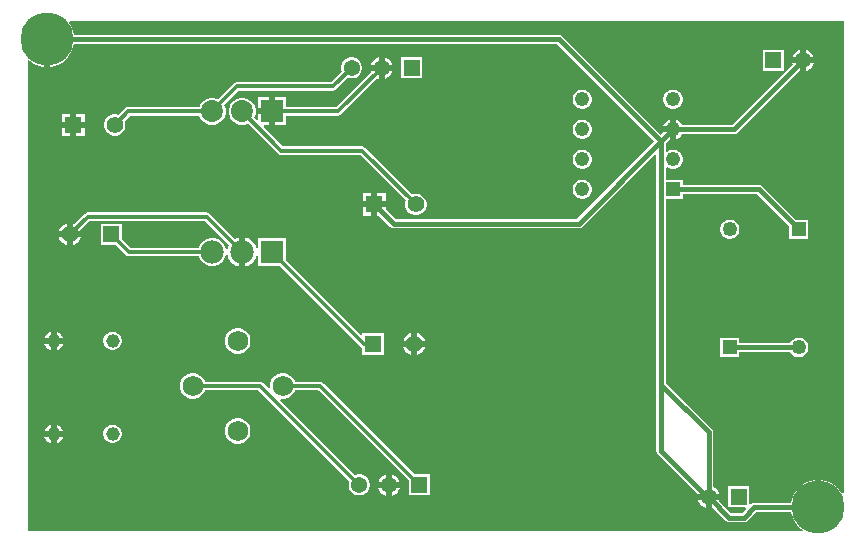
<source format=gbl>
G04*
G04 #@! TF.GenerationSoftware,Altium Limited,Altium Designer,23.9.2 (47)*
G04*
G04 Layer_Physical_Order=2*
G04 Layer_Color=16711680*
%FSLAX44Y44*%
%MOMM*%
G71*
G04*
G04 #@! TF.SameCoordinates,EEA8B457-634A-40EF-9803-A2E49DE358F5*
G04*
G04*
G04 #@! TF.FilePolarity,Positive*
G04*
G01*
G75*
%ADD18C,1.2500*%
%ADD19R,1.2500X1.2500*%
%ADD29C,0.3810*%
%ADD30C,0.3000*%
%ADD31C,4.5000*%
%ADD32R,1.2300X1.2300*%
%ADD33C,1.2300*%
%ADD34R,1.3700X1.3700*%
%ADD35C,1.3700*%
%ADD36C,1.4000*%
%ADD37R,1.4000X1.4000*%
%ADD38C,1.7500*%
%ADD39R,1.3700X1.3700*%
%ADD40R,1.9800X1.9800*%
%ADD41C,1.9800*%
%ADD42C,1.1500*%
%ADD43R,1.8600X1.8600*%
%ADD44C,1.8600*%
G36*
X706120Y45121D02*
X705840Y44885D01*
X704153Y45122D01*
X702426Y47707D01*
X699217Y50916D01*
X695443Y53438D01*
X691251Y55175D01*
X687070Y56006D01*
Y33020D01*
X681990D01*
Y56006D01*
X677810Y55175D01*
X673616Y53438D01*
X669843Y50916D01*
X666634Y47707D01*
X664112Y43934D01*
X662375Y39741D01*
X661837Y37034D01*
X630174D01*
X628638Y36729D01*
X627372Y35883D01*
X626816Y35989D01*
X626102Y36284D01*
Y50792D01*
X608338D01*
Y33028D01*
X622846D01*
X623332Y31855D01*
X619875Y28398D01*
X611009D01*
X600687Y38720D01*
X600861Y39370D01*
X594360D01*
Y32869D01*
X595010Y33043D01*
X606508Y21546D01*
X607810Y20675D01*
X609346Y20370D01*
X621538D01*
X623074Y20675D01*
X624376Y21546D01*
X631837Y29006D01*
X661837D01*
X662375Y26300D01*
X664112Y22106D01*
X666634Y18333D01*
X669843Y15124D01*
X671651Y13915D01*
X671283Y12700D01*
X15240D01*
Y411527D01*
X16413Y412013D01*
X17063Y411364D01*
X20837Y408842D01*
X25029Y407105D01*
X29210Y406274D01*
Y429260D01*
X34290D01*
Y406274D01*
X38470Y407105D01*
X42663Y408842D01*
X46437Y411364D01*
X49646Y414573D01*
X52168Y418346D01*
X53905Y422539D01*
X54443Y425246D01*
X463411D01*
X545721Y342936D01*
X480103Y277318D01*
X326790D01*
X318411Y285697D01*
Y287020D01*
X311411D01*
Y280020D01*
X312734D01*
X322289Y270466D01*
X323591Y269595D01*
X325127Y269290D01*
X481765D01*
X483302Y269595D01*
X484604Y270466D01*
X546228Y332090D01*
X547401Y331604D01*
Y136906D01*
X547420Y136812D01*
Y80638D01*
X547725Y79102D01*
X548596Y77800D01*
X581945Y44450D01*
X591820D01*
X600861D01*
X600570Y45534D01*
X599334Y47676D01*
X597586Y49424D01*
X595834Y50435D01*
Y96501D01*
X595529Y98037D01*
X594658Y99340D01*
X555448Y138550D01*
Y294078D01*
X569703D01*
Y298246D01*
X632518D01*
X659719Y271045D01*
Y260158D01*
X676283D01*
Y276722D01*
X665396D01*
X637020Y305098D01*
X635717Y305969D01*
X634181Y306274D01*
X569703D01*
Y310442D01*
X555448D01*
Y320553D01*
X556718Y320985D01*
X558363Y320036D01*
X560444Y319478D01*
X562598D01*
X564679Y320036D01*
X566545Y321113D01*
X568069Y322636D01*
X569146Y324502D01*
X569703Y326583D01*
Y328737D01*
X569146Y330818D01*
X568069Y332684D01*
X566545Y334207D01*
X564679Y335284D01*
X562598Y335842D01*
X560444D01*
X558363Y335284D01*
X556718Y334335D01*
X555448Y334767D01*
Y341310D01*
X558903Y344765D01*
X558981Y344744D01*
Y350520D01*
X553205D01*
X553226Y350442D01*
X551398Y348613D01*
X467912Y432098D01*
X466610Y432969D01*
X465074Y433274D01*
X54443D01*
X53905Y435980D01*
X52168Y440173D01*
X50125Y443230D01*
X50804Y444500D01*
X706120D01*
Y45121D01*
D02*
G37*
%LPC*%
G36*
X674351Y420521D02*
Y414020D01*
X680852D01*
X680561Y415104D01*
X679325Y417246D01*
X677577Y418994D01*
X675436Y420230D01*
X674351Y420521D01*
D02*
G37*
G36*
X669271D02*
X668187Y420230D01*
X666046Y418994D01*
X664297Y417246D01*
X663061Y415104D01*
X662771Y414020D01*
X669271D01*
Y420521D01*
D02*
G37*
G36*
X317481Y414171D02*
Y407670D01*
X323982D01*
X323691Y408754D01*
X322455Y410896D01*
X320707Y412644D01*
X318566Y413880D01*
X317481Y414171D01*
D02*
G37*
G36*
X312401D02*
X311317Y413880D01*
X309176Y412644D01*
X307427Y410896D01*
X306191Y408754D01*
X305901Y407670D01*
X312401D01*
Y414171D01*
D02*
G37*
G36*
X655293Y420362D02*
X637529D01*
Y402598D01*
X655293D01*
Y420362D01*
D02*
G37*
G36*
X680852Y408940D02*
X674351D01*
Y402439D01*
X675436Y402730D01*
X677577Y403966D01*
X679325Y405714D01*
X680561Y407856D01*
X680852Y408940D01*
D02*
G37*
G36*
X669271D02*
X662771D01*
X662945Y408290D01*
X611729Y357074D01*
X569238D01*
X568475Y358396D01*
X566857Y360014D01*
X564876Y361158D01*
X564061Y361376D01*
Y353060D01*
Y344744D01*
X564876Y344962D01*
X566857Y346106D01*
X568475Y347724D01*
X569238Y349046D01*
X613391D01*
X614927Y349351D01*
X616230Y350222D01*
X668622Y402613D01*
X669271Y402439D01*
Y408940D01*
D02*
G37*
G36*
X349223Y414012D02*
X331459D01*
Y396248D01*
X349223D01*
Y414012D01*
D02*
G37*
G36*
X290711D02*
X288372D01*
X286113Y413407D01*
X284088Y412237D01*
X282434Y410584D01*
X281264Y408558D01*
X280659Y406299D01*
Y403961D01*
X281213Y401894D01*
X272302Y392983D01*
X192513D01*
X191135Y392709D01*
X189967Y391928D01*
X176498Y378460D01*
X175805Y378860D01*
X172923Y379632D01*
X169939D01*
X167057Y378860D01*
X164473Y377368D01*
X162363Y375258D01*
X160872Y372674D01*
X160664Y371901D01*
X100311D01*
X98933Y371627D01*
X97765Y370846D01*
X92239Y365321D01*
X90070Y365902D01*
X87692D01*
X85395Y365286D01*
X83335Y364097D01*
X81654Y362416D01*
X80465Y360356D01*
X79849Y358059D01*
Y355681D01*
X80465Y353384D01*
X81654Y351324D01*
X83335Y349643D01*
X85395Y348453D01*
X87692Y347838D01*
X90070D01*
X92367Y348453D01*
X94427Y349643D01*
X96109Y351324D01*
X97298Y353384D01*
X97913Y355681D01*
Y358059D01*
X97332Y360228D01*
X101803Y364699D01*
X160664D01*
X160872Y363926D01*
X162363Y361342D01*
X164473Y359232D01*
X167057Y357740D01*
X169939Y356968D01*
X172923D01*
X175805Y357740D01*
X178389Y359232D01*
X180499Y361342D01*
X181991Y363926D01*
X182763Y366808D01*
Y369792D01*
X181991Y372674D01*
X181591Y373367D01*
X194005Y385781D01*
X273793D01*
X275171Y386055D01*
X276340Y386836D01*
X286306Y396802D01*
X288372Y396248D01*
X290711D01*
X292969Y396853D01*
X294995Y398023D01*
X296649Y399676D01*
X297818Y401702D01*
X298423Y403961D01*
Y406299D01*
X297818Y408558D01*
X296649Y410584D01*
X294995Y412237D01*
X292969Y413407D01*
X290711Y414012D01*
D02*
G37*
G36*
X323982Y402590D02*
X317481D01*
Y396089D01*
X318566Y396380D01*
X320707Y397616D01*
X322455Y399364D01*
X323691Y401506D01*
X323982Y402590D01*
D02*
G37*
G36*
X312401D02*
X305901D01*
X306191Y401506D01*
X306203Y401485D01*
X276619Y371901D01*
X234071D01*
Y380140D01*
X224771D01*
Y368300D01*
Y356460D01*
X234071D01*
Y364699D01*
X278111D01*
X279489Y364973D01*
X280658Y365754D01*
X311296Y396392D01*
X311317Y396380D01*
X312401Y396089D01*
Y402590D01*
D02*
G37*
G36*
X219691Y380140D02*
X210391D01*
Y370840D01*
X219691D01*
Y380140D01*
D02*
G37*
G36*
X562598Y386642D02*
X560444D01*
X558363Y386084D01*
X556497Y385007D01*
X554974Y383484D01*
X553897Y381618D01*
X553339Y379537D01*
Y377383D01*
X553897Y375302D01*
X554974Y373436D01*
X556497Y371913D01*
X558363Y370836D01*
X560444Y370278D01*
X562598D01*
X564679Y370836D01*
X566545Y371913D01*
X568069Y373436D01*
X569146Y375302D01*
X569703Y377383D01*
Y379537D01*
X569146Y381618D01*
X568069Y383484D01*
X566545Y385007D01*
X564679Y386084D01*
X562598Y386642D01*
D02*
G37*
G36*
X485998D02*
X483844D01*
X481763Y386084D01*
X479897Y385007D01*
X478374Y383484D01*
X477297Y381618D01*
X476739Y379537D01*
Y377383D01*
X477297Y375302D01*
X478374Y373436D01*
X479897Y371913D01*
X481763Y370836D01*
X483844Y370278D01*
X485998D01*
X488079Y370836D01*
X489945Y371913D01*
X491468Y373436D01*
X492546Y375302D01*
X493103Y377383D01*
Y379537D01*
X492546Y381618D01*
X491468Y383484D01*
X489945Y385007D01*
X488079Y386084D01*
X485998Y386642D01*
D02*
G37*
G36*
X63421Y366410D02*
X56421D01*
Y359410D01*
X63421D01*
Y366410D01*
D02*
G37*
G36*
X51341D02*
X44341D01*
Y359410D01*
X51341D01*
Y366410D01*
D02*
G37*
G36*
X558981Y361376D02*
X558167Y361158D01*
X556186Y360014D01*
X554568Y358396D01*
X553424Y356414D01*
X553205Y355600D01*
X558981D01*
Y361376D01*
D02*
G37*
G36*
X63421Y354330D02*
X56421D01*
Y347330D01*
X63421D01*
Y354330D01*
D02*
G37*
G36*
X51341D02*
X44341D01*
Y347330D01*
X51341D01*
Y354330D01*
D02*
G37*
G36*
X485998Y361242D02*
X483844D01*
X481763Y360684D01*
X479897Y359607D01*
X478374Y358084D01*
X477297Y356218D01*
X476739Y354137D01*
Y351983D01*
X477297Y349902D01*
X478374Y348036D01*
X479897Y346513D01*
X481763Y345436D01*
X483844Y344878D01*
X485998D01*
X488079Y345436D01*
X489945Y346513D01*
X491468Y348036D01*
X492546Y349902D01*
X493103Y351983D01*
Y354137D01*
X492546Y356218D01*
X491468Y358084D01*
X489945Y359607D01*
X488079Y360684D01*
X485998Y361242D01*
D02*
G37*
G36*
Y335842D02*
X483844D01*
X481763Y335284D01*
X479897Y334207D01*
X478374Y332684D01*
X477297Y330818D01*
X476739Y328737D01*
Y326583D01*
X477297Y324502D01*
X478374Y322636D01*
X479897Y321113D01*
X481763Y320036D01*
X483844Y319478D01*
X485998D01*
X488079Y320036D01*
X489945Y321113D01*
X491468Y322636D01*
X492546Y324502D01*
X493103Y326583D01*
Y328737D01*
X492546Y330818D01*
X491468Y332684D01*
X489945Y334207D01*
X488079Y335284D01*
X485998Y335842D01*
D02*
G37*
G36*
Y310442D02*
X483844D01*
X481763Y309884D01*
X479897Y308807D01*
X478374Y307284D01*
X477297Y305418D01*
X476739Y303337D01*
Y301183D01*
X477297Y299102D01*
X478374Y297236D01*
X479897Y295713D01*
X481763Y294636D01*
X483844Y294078D01*
X485998D01*
X488079Y294636D01*
X489945Y295713D01*
X491468Y297236D01*
X492546Y299102D01*
X493103Y301183D01*
Y303337D01*
X492546Y305418D01*
X491468Y307284D01*
X489945Y308807D01*
X488079Y309884D01*
X485998Y310442D01*
D02*
G37*
G36*
X318411Y299100D02*
X311411D01*
Y292100D01*
X318411D01*
Y299100D01*
D02*
G37*
G36*
X306331D02*
X299331D01*
Y292100D01*
X306331D01*
Y299100D01*
D02*
G37*
G36*
X198323Y379632D02*
X195339D01*
X192457Y378860D01*
X189873Y377368D01*
X187763Y375258D01*
X186271Y372674D01*
X185499Y369792D01*
Y366808D01*
X186271Y363926D01*
X187763Y361342D01*
X189873Y359232D01*
X192457Y357740D01*
X195339Y356968D01*
X198323D01*
X201205Y357740D01*
X201898Y358140D01*
X227559Y332480D01*
X228727Y331699D01*
X230105Y331425D01*
X296914D01*
X335420Y292918D01*
X334839Y290749D01*
Y288371D01*
X335455Y286074D01*
X336644Y284014D01*
X338326Y282333D01*
X340385Y281143D01*
X342682Y280528D01*
X345060D01*
X347357Y281143D01*
X349417Y282333D01*
X351099Y284014D01*
X352288Y286074D01*
X352903Y288371D01*
Y290749D01*
X352288Y293046D01*
X351099Y295106D01*
X349417Y296787D01*
X347357Y297976D01*
X345060Y298592D01*
X342682D01*
X340513Y298011D01*
X300952Y337572D01*
X299783Y338353D01*
X298405Y338627D01*
X231597D01*
X214937Y355287D01*
X215423Y356460D01*
X219691D01*
Y365760D01*
X210391D01*
Y361492D01*
X209218Y361006D01*
X206991Y363233D01*
X207391Y363926D01*
X208163Y366808D01*
Y369792D01*
X207391Y372674D01*
X205899Y375258D01*
X203789Y377368D01*
X201205Y378860D01*
X198323Y379632D01*
D02*
G37*
G36*
X306331Y287020D02*
X299331D01*
Y280020D01*
X306331D01*
Y287020D01*
D02*
G37*
G36*
X48519Y273356D02*
X47376Y273050D01*
X45201Y271794D01*
X43425Y270018D01*
X42169Y267842D01*
X41863Y266700D01*
X48519D01*
Y273356D01*
D02*
G37*
G36*
X610672Y276722D02*
X608491D01*
X606385Y276157D01*
X604496Y275067D01*
X602954Y273525D01*
X601864Y271637D01*
X601299Y269530D01*
Y267350D01*
X601864Y265243D01*
X602954Y263355D01*
X604496Y261813D01*
X606385Y260722D01*
X608491Y260158D01*
X610672D01*
X612778Y260722D01*
X614666Y261813D01*
X616208Y263355D01*
X617299Y265243D01*
X617863Y267350D01*
Y269530D01*
X617299Y271637D01*
X616208Y273525D01*
X614666Y275067D01*
X612778Y276157D01*
X610672Y276722D01*
D02*
G37*
G36*
X60255Y261620D02*
X53599D01*
Y254964D01*
X54741Y255270D01*
X56916Y256526D01*
X58692Y258302D01*
X59948Y260478D01*
X60255Y261620D01*
D02*
G37*
G36*
X48519D02*
X41863D01*
X42169Y260478D01*
X43425Y258302D01*
X45201Y256526D01*
X47376Y255270D01*
X48519Y254964D01*
Y261620D01*
D02*
G37*
G36*
X166925Y282747D02*
X66045D01*
X64666Y282473D01*
X63498Y281692D01*
X54814Y273008D01*
X54741Y273050D01*
X53599Y273356D01*
Y266700D01*
X60255D01*
X59948Y267842D01*
X59906Y267915D01*
X67536Y275545D01*
X165434D01*
X185860Y255118D01*
X185239Y254042D01*
X184550Y251472D01*
X183236D01*
X182600Y253846D01*
X181029Y256567D01*
X178807Y258788D01*
X176087Y260359D01*
X173052Y261172D01*
X169910D01*
X166875Y260359D01*
X164155Y258788D01*
X161933Y256567D01*
X160362Y253846D01*
X160093Y252841D01*
X102470D01*
X95091Y260221D01*
Y273192D01*
X77027D01*
Y255128D01*
X89998D01*
X98432Y246694D01*
X99601Y245913D01*
X100979Y245639D01*
X160093D01*
X160362Y244634D01*
X161933Y241914D01*
X164155Y239692D01*
X166875Y238121D01*
X169910Y237308D01*
X173052D01*
X176087Y238121D01*
X178807Y239692D01*
X181029Y241914D01*
X182600Y244634D01*
X183236Y247008D01*
X184550D01*
X185239Y244438D01*
X186877Y241602D01*
X189193Y239286D01*
X192029Y237648D01*
X194291Y237042D01*
Y249240D01*
Y261438D01*
X192029Y260832D01*
X190953Y260211D01*
X169472Y281692D01*
X168303Y282473D01*
X166925Y282747D01*
D02*
G37*
G36*
X39751Y181892D02*
Y176530D01*
X45113D01*
X44936Y177190D01*
X43845Y179080D01*
X42301Y180624D01*
X40411Y181715D01*
X39751Y181892D01*
D02*
G37*
G36*
X34671D02*
X34011Y181715D01*
X32121Y180624D01*
X30577Y179080D01*
X29486Y177190D01*
X29309Y176530D01*
X34671D01*
Y181892D01*
D02*
G37*
G36*
X345141Y180646D02*
Y173990D01*
X351797D01*
X351491Y175132D01*
X350235Y177308D01*
X348459Y179084D01*
X346284Y180340D01*
X345141Y180646D01*
D02*
G37*
G36*
X340061D02*
X338919Y180340D01*
X336744Y179084D01*
X334967Y177308D01*
X333711Y175132D01*
X333405Y173990D01*
X340061D01*
Y180646D01*
D02*
G37*
G36*
X669091Y176722D02*
X666911D01*
X664805Y176158D01*
X662916Y175067D01*
X661374Y173525D01*
X660755Y172454D01*
X617863D01*
Y176722D01*
X601299D01*
Y160158D01*
X617863D01*
Y164426D01*
X660755D01*
X661374Y163355D01*
X662916Y161813D01*
X664805Y160723D01*
X666911Y160158D01*
X669091D01*
X671198Y160723D01*
X673086Y161813D01*
X674629Y163355D01*
X675719Y165243D01*
X676283Y167350D01*
Y169530D01*
X675719Y171637D01*
X674629Y173525D01*
X673086Y175067D01*
X671198Y176158D01*
X669091Y176722D01*
D02*
G37*
G36*
X88236Y181772D02*
X86187D01*
X84208Y181242D01*
X82433Y180217D01*
X80984Y178768D01*
X79960Y176994D01*
X79429Y175014D01*
Y172966D01*
X79960Y170986D01*
X80984Y169212D01*
X82433Y167763D01*
X84208Y166738D01*
X86187Y166208D01*
X88236D01*
X90215Y166738D01*
X91990Y167763D01*
X93439Y169212D01*
X94463Y170986D01*
X94993Y172966D01*
Y175014D01*
X94463Y176994D01*
X93439Y178768D01*
X91990Y180217D01*
X90215Y181242D01*
X88236Y181772D01*
D02*
G37*
G36*
X45113Y171450D02*
X39751D01*
Y166088D01*
X40411Y166265D01*
X42301Y167356D01*
X43845Y168900D01*
X44936Y170790D01*
X45113Y171450D01*
D02*
G37*
G36*
X34671D02*
X29309D01*
X29486Y170790D01*
X30577Y168900D01*
X32121Y167356D01*
X34011Y166265D01*
X34671Y166088D01*
Y171450D01*
D02*
G37*
G36*
X194441Y184772D02*
X191602D01*
X188860Y184037D01*
X186401Y182618D01*
X184394Y180610D01*
X182974Y178152D01*
X182239Y175410D01*
Y172570D01*
X182974Y169828D01*
X184394Y167370D01*
X186401Y165362D01*
X188860Y163943D01*
X191602Y163208D01*
X194441D01*
X197183Y163943D01*
X199641Y165362D01*
X201649Y167370D01*
X203068Y169828D01*
X203803Y172570D01*
Y175410D01*
X203068Y178152D01*
X201649Y180610D01*
X199641Y182618D01*
X197183Y184037D01*
X194441Y184772D01*
D02*
G37*
G36*
X199371Y261438D02*
Y249240D01*
Y237042D01*
X201633Y237648D01*
X204470Y239286D01*
X206786Y241602D01*
X208423Y244438D01*
X208979Y246513D01*
X210249Y246346D01*
Y237308D01*
X229021D01*
X297425Y168904D01*
X298569Y168139D01*
Y162418D01*
X316633D01*
Y180482D01*
X298569D01*
Y179604D01*
X297396Y179118D01*
X234113Y242401D01*
Y261172D01*
X210249D01*
Y252134D01*
X208979Y251967D01*
X208423Y254042D01*
X206786Y256878D01*
X204470Y259195D01*
X201633Y260832D01*
X199371Y261438D01*
D02*
G37*
G36*
X351797Y168910D02*
X345141D01*
Y162254D01*
X346284Y162560D01*
X348459Y163816D01*
X350235Y165592D01*
X351491Y167768D01*
X351797Y168910D01*
D02*
G37*
G36*
X340061D02*
X333405D01*
X333711Y167768D01*
X334967Y165592D01*
X336744Y163816D01*
X338919Y162560D01*
X340061Y162254D01*
Y168910D01*
D02*
G37*
G36*
X232541Y146672D02*
X229702D01*
X226959Y145937D01*
X224501Y144518D01*
X222493Y142510D01*
X221074Y140052D01*
X220339Y137310D01*
Y134511D01*
X220136Y134321D01*
X219247Y133807D01*
X214618Y138436D01*
X213449Y139217D01*
X212071Y139491D01*
X165119D01*
X164968Y140052D01*
X163549Y142510D01*
X161542Y144518D01*
X159083Y145937D01*
X156341Y146672D01*
X153502D01*
X150759Y145937D01*
X148301Y144518D01*
X146293Y142510D01*
X144874Y140052D01*
X144139Y137310D01*
Y134471D01*
X144874Y131728D01*
X146293Y129270D01*
X148301Y127262D01*
X150759Y125843D01*
X153502Y125108D01*
X156341D01*
X159083Y125843D01*
X161542Y127262D01*
X163549Y129270D01*
X164968Y131728D01*
X165119Y132289D01*
X210579D01*
X287563Y55306D01*
X287009Y53239D01*
Y50901D01*
X287614Y48642D01*
X288784Y46616D01*
X290438Y44963D01*
X292463Y43793D01*
X294722Y43188D01*
X297061D01*
X299319Y43793D01*
X301345Y44963D01*
X302999Y46616D01*
X304168Y48642D01*
X304773Y50901D01*
Y53239D01*
X304168Y55498D01*
X302999Y57524D01*
X301345Y59177D01*
X299319Y60347D01*
X297061Y60952D01*
X294722D01*
X292656Y60398D01*
X229038Y124016D01*
X229552Y124905D01*
X229742Y125108D01*
X232541D01*
X235283Y125843D01*
X237742Y127262D01*
X239749Y129270D01*
X241168Y131728D01*
X241319Y132289D01*
X261380D01*
X337809Y55859D01*
Y43188D01*
X355573D01*
Y60952D01*
X342902D01*
X265418Y138436D01*
X264249Y139217D01*
X262871Y139491D01*
X241319D01*
X241168Y140052D01*
X239749Y142510D01*
X237742Y144518D01*
X235283Y145937D01*
X232541Y146672D01*
D02*
G37*
G36*
X39751Y103152D02*
Y97790D01*
X45113D01*
X44936Y98450D01*
X43845Y100340D01*
X42301Y101884D01*
X40411Y102975D01*
X39751Y103152D01*
D02*
G37*
G36*
X34671D02*
X34011Y102975D01*
X32121Y101884D01*
X30577Y100340D01*
X29486Y98450D01*
X29309Y97790D01*
X34671D01*
Y103152D01*
D02*
G37*
G36*
X88236Y103032D02*
X86187D01*
X84208Y102502D01*
X82433Y101477D01*
X80984Y100028D01*
X79960Y98254D01*
X79429Y96274D01*
Y94226D01*
X79960Y92246D01*
X80984Y90472D01*
X82433Y89023D01*
X84208Y87998D01*
X86187Y87468D01*
X88236D01*
X90215Y87998D01*
X91990Y89023D01*
X93439Y90472D01*
X94463Y92246D01*
X94993Y94226D01*
Y96274D01*
X94463Y98254D01*
X93439Y100028D01*
X91990Y101477D01*
X90215Y102502D01*
X88236Y103032D01*
D02*
G37*
G36*
X45113Y92710D02*
X39751D01*
Y87348D01*
X40411Y87525D01*
X42301Y88616D01*
X43845Y90160D01*
X44936Y92050D01*
X45113Y92710D01*
D02*
G37*
G36*
X34671D02*
X29309D01*
X29486Y92050D01*
X30577Y90160D01*
X32121Y88616D01*
X34011Y87525D01*
X34671Y87348D01*
Y92710D01*
D02*
G37*
G36*
X194441Y108572D02*
X191602D01*
X188860Y107837D01*
X186401Y106418D01*
X184394Y104410D01*
X182974Y101952D01*
X182239Y99209D01*
Y96370D01*
X182974Y93628D01*
X184394Y91170D01*
X186401Y89162D01*
X188860Y87743D01*
X191602Y87008D01*
X194441D01*
X197183Y87743D01*
X199641Y89162D01*
X201649Y91170D01*
X203068Y93628D01*
X203803Y96370D01*
Y99209D01*
X203068Y101952D01*
X201649Y104410D01*
X199641Y106418D01*
X197183Y107837D01*
X194441Y108572D01*
D02*
G37*
G36*
X323831Y61111D02*
Y54610D01*
X330332D01*
X330041Y55694D01*
X328805Y57836D01*
X327057Y59584D01*
X324916Y60820D01*
X323831Y61111D01*
D02*
G37*
G36*
X318751D02*
X317667Y60820D01*
X315526Y59584D01*
X313777Y57836D01*
X312541Y55694D01*
X312251Y54610D01*
X318751D01*
Y61111D01*
D02*
G37*
G36*
X330332Y49530D02*
X323831D01*
Y43029D01*
X324916Y43320D01*
X327057Y44556D01*
X328805Y46304D01*
X330041Y48446D01*
X330332Y49530D01*
D02*
G37*
G36*
X318751D02*
X312251D01*
X312541Y48446D01*
X313777Y46304D01*
X315526Y44556D01*
X317667Y43320D01*
X318751Y43029D01*
Y49530D01*
D02*
G37*
G36*
X589280Y39370D02*
X582779D01*
X583070Y38286D01*
X584306Y36144D01*
X586054Y34396D01*
X588196Y33160D01*
X589280Y32869D01*
Y39370D01*
D02*
G37*
%LPD*%
D18*
X609581Y268440D02*
D03*
X668001Y168440D02*
D03*
D19*
X609581D02*
D03*
X668001Y268440D02*
D03*
D29*
X465074Y429260D02*
X551434Y342900D01*
X551415Y136906D02*
Y342954D01*
X481765Y273304D02*
X551415Y342954D01*
Y136906D02*
X591820Y96501D01*
X551434Y80638D02*
Y342900D01*
Y80638D02*
X591820Y40252D01*
X31750Y429260D02*
X465074D01*
X630174Y33020D02*
X684530D01*
X621538Y24384D02*
X630174Y33020D01*
X609346Y24384D02*
X621538D01*
X591820Y41910D02*
X609346Y24384D01*
X591820Y41910D02*
Y96501D01*
Y40252D02*
Y41910D01*
X551415Y342954D02*
X561521Y353060D01*
X308871Y289560D02*
X325127Y273304D01*
X481765D01*
X561521Y353060D02*
X613391D01*
X671811Y411480D01*
X609581Y168440D02*
X668001D01*
X634181Y302260D02*
X668001Y268440D01*
X561521Y302260D02*
X634181D01*
D30*
X273793Y389382D02*
X289541Y405130D01*
X192513Y389382D02*
X273793D01*
X171431Y368300D02*
X192513Y389382D01*
X100311Y368300D02*
X171431D01*
X88881Y356870D02*
X100311Y368300D01*
X86059Y264160D02*
X100979Y249240D01*
X171481D01*
X231121Y135890D02*
X262871D01*
X346691Y52070D01*
X154921Y135890D02*
X212071D01*
X295891Y52070D01*
X51059Y264160D02*
X66045Y279146D01*
X166925D01*
X196831Y249240D01*
X222231Y368300D02*
X278111D01*
X314941Y405130D01*
X222181Y249240D02*
X299972Y171450D01*
X307601D01*
X196831Y368300D02*
X230105Y335026D01*
X298405D01*
X343871Y289560D01*
D31*
X684530Y33020D02*
D03*
X31750Y429260D02*
D03*
D32*
X561521Y302260D02*
D03*
D33*
Y327660D02*
D03*
Y353060D02*
D03*
Y378460D02*
D03*
X484921D02*
D03*
Y353060D02*
D03*
Y327660D02*
D03*
Y302260D02*
D03*
D34*
X646411Y411480D02*
D03*
X617220Y41910D02*
D03*
D35*
X671811Y411480D02*
D03*
X591820Y41910D02*
D03*
X295891Y52070D02*
D03*
X321291D02*
D03*
X289541Y405130D02*
D03*
X314941D02*
D03*
D36*
X342601Y171450D02*
D03*
X88881Y356870D02*
D03*
X343871Y289560D02*
D03*
X51059Y264160D02*
D03*
D37*
X307601Y171450D02*
D03*
X53881Y356870D02*
D03*
X308871Y289560D02*
D03*
X86059Y264160D02*
D03*
D38*
X193021Y173990D02*
D03*
Y97790D02*
D03*
X154921Y135890D02*
D03*
X231121D02*
D03*
D39*
X346691Y52070D02*
D03*
X340341Y405130D02*
D03*
D40*
X222181Y249240D02*
D03*
D41*
X196831D02*
D03*
X171481D02*
D03*
D42*
X37211Y95250D02*
D03*
X87211D02*
D03*
Y173990D02*
D03*
X37211D02*
D03*
D43*
X222231Y368300D02*
D03*
D44*
X196831D02*
D03*
X171431D02*
D03*
M02*

</source>
